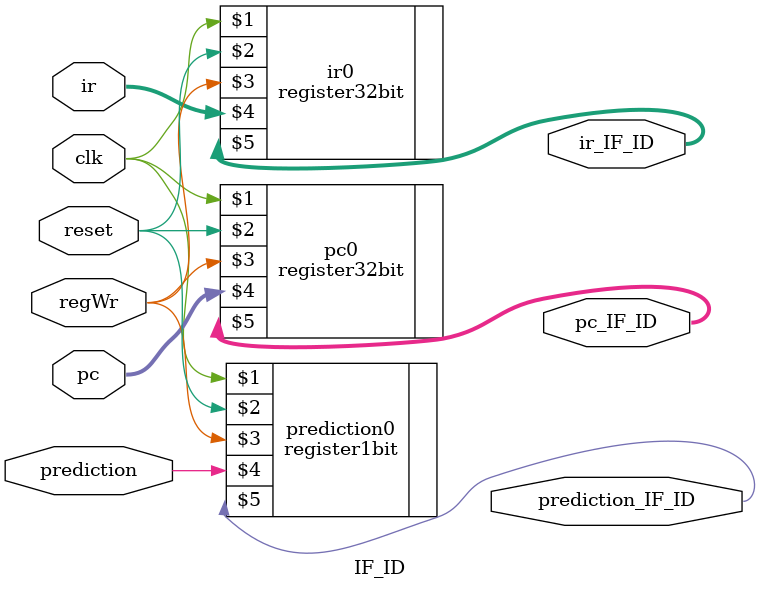
<source format=v>
module IF_ID(input clk, input reset, input regWr, input [31:0] ir, input [31:0] pc, input prediction, output [31:0] ir_IF_ID, output [31:0] pc_IF_ID, output prediction_IF_ID);
	
	register32bit ir0 (clk, reset, regWr, ir, ir_IF_ID);
    register32bit pc0 (clk, reset, regWr, pc, pc_IF_ID);
    register1bit prediction0 (clk, reset, regWr, prediction, prediction_IF_ID);

endmodule


</source>
